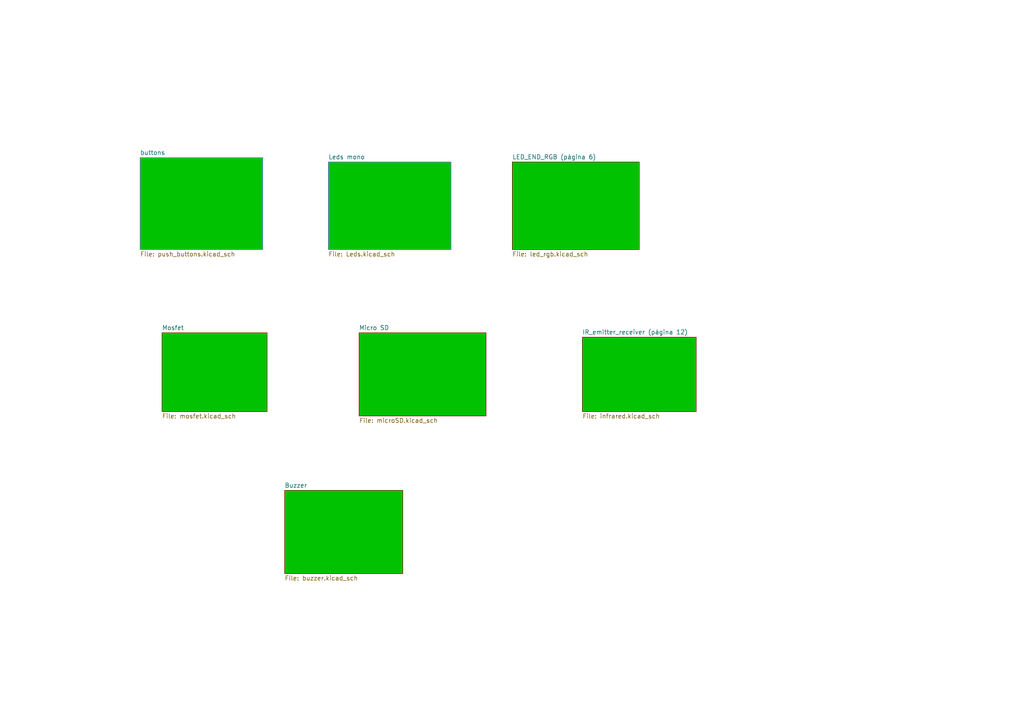
<source format=kicad_sch>
(kicad_sch
	(version 20250114)
	(generator "eeschema")
	(generator_version "9.0")
	(uuid "d525d28f-817b-42cf-809a-2d4857004b53")
	(paper "A4")
	(lib_symbols)
	(sheet
		(at 168.91 97.79)
		(size 33.02 21.59)
		(exclude_from_sim no)
		(in_bom yes)
		(on_board yes)
		(dnp no)
		(fields_autoplaced yes)
		(stroke
			(width 0.1524)
			(type solid)
		)
		(fill
			(color 0 194 0 1.0000)
		)
		(uuid "2716d356-51a5-45cf-8965-3be3c0aa6302")
		(property "Sheetname" "IR_emitter_receiver (página 12)"
			(at 168.91 97.0784 0)
			(effects
				(font
					(size 1.27 1.27)
				)
				(justify left bottom)
			)
		)
		(property "Sheetfile" "infrared.kicad_sch"
			(at 168.91 119.9646 0)
			(effects
				(font
					(size 1.27 1.27)
				)
				(justify left top)
			)
		)
		(instances
			(project "Circuitos Impressos"
				(path "/49caf936-61f8-45e5-bebd-98db7502d055/cd06bfc6-440d-49c0-874c-bf1b7680625b"
					(page "12")
				)
			)
		)
	)
	(sheet
		(at 148.59 46.99)
		(size 36.83 25.4)
		(exclude_from_sim no)
		(in_bom yes)
		(on_board yes)
		(dnp no)
		(fields_autoplaced yes)
		(stroke
			(width 0.1524)
			(type solid)
		)
		(fill
			(color 0 194 0 1.0000)
		)
		(uuid "5c232308-7802-4c67-ac9b-99520f46e68d")
		(property "Sheetname" "LED_END_RGB (página 6)"
			(at 148.59 46.2784 0)
			(effects
				(font
					(size 1.27 1.27)
				)
				(justify left bottom)
			)
		)
		(property "Sheetfile" "led_rgb.kicad_sch"
			(at 148.59 72.9746 0)
			(effects
				(font
					(size 1.27 1.27)
				)
				(justify left top)
			)
		)
		(property "Field2" ""
			(at 148.59 46.99 0)
			(effects
				(font
					(size 1.27 1.27)
				)
			)
		)
		(instances
			(project "Circuitos Impressos"
				(path "/49caf936-61f8-45e5-bebd-98db7502d055/cd06bfc6-440d-49c0-874c-bf1b7680625b"
					(page "6")
				)
			)
		)
	)
	(sheet
		(at 95.25 46.99)
		(size 35.56 25.4)
		(exclude_from_sim no)
		(in_bom yes)
		(on_board yes)
		(dnp no)
		(fields_autoplaced yes)
		(stroke
			(width 0.1524)
			(type solid)
			(color 94 79 255 1)
		)
		(fill
			(color 0 194 0 1.0000)
		)
		(uuid "8960e2c4-a8cd-4074-af25-7142e035287e")
		(property "Sheetname" "Leds mono"
			(at 95.25 46.2784 0)
			(effects
				(font
					(size 1.27 1.27)
				)
				(justify left bottom)
			)
		)
		(property "Sheetfile" "Leds.kicad_sch"
			(at 95.25 72.9746 0)
			(effects
				(font
					(size 1.27 1.27)
				)
				(justify left top)
			)
		)
		(instances
			(project "Circuitos Impressos"
				(path "/49caf936-61f8-45e5-bebd-98db7502d055/cd06bfc6-440d-49c0-874c-bf1b7680625b"
					(page "5")
				)
			)
		)
	)
	(sheet
		(at 46.99 96.52)
		(size 30.48 22.86)
		(exclude_from_sim no)
		(in_bom yes)
		(on_board yes)
		(dnp no)
		(fields_autoplaced yes)
		(stroke
			(width 0.1524)
			(type solid)
		)
		(fill
			(color 0 194 0 1.0000)
		)
		(uuid "aab8d75d-d43d-412b-a379-c1a557d876cd")
		(property "Sheetname" "Mosfet"
			(at 46.99 95.8084 0)
			(effects
				(font
					(size 1.27 1.27)
				)
				(justify left bottom)
			)
		)
		(property "Sheetfile" "mosfet.kicad_sch"
			(at 46.99 119.9646 0)
			(effects
				(font
					(size 1.27 1.27)
				)
				(justify left top)
			)
		)
		(property "Field2" ""
			(at 46.99 96.52 0)
			(effects
				(font
					(size 1.27 1.27)
				)
			)
		)
		(instances
			(project "Circuitos Impressos"
				(path "/49caf936-61f8-45e5-bebd-98db7502d055/cd06bfc6-440d-49c0-874c-bf1b7680625b"
					(page "7")
				)
			)
		)
	)
	(sheet
		(at 104.14 96.52)
		(size 36.83 24.13)
		(exclude_from_sim no)
		(in_bom yes)
		(on_board yes)
		(dnp no)
		(fields_autoplaced yes)
		(stroke
			(width 0.1524)
			(type solid)
		)
		(fill
			(color 0 194 0 1.0000)
		)
		(uuid "e3943b68-708e-482a-9abf-d59ca62d1a39")
		(property "Sheetname" "Micro SD"
			(at 104.14 95.8084 0)
			(effects
				(font
					(size 1.27 1.27)
				)
				(justify left bottom)
			)
		)
		(property "Sheetfile" "microSD.kicad_sch"
			(at 104.14 121.2346 0)
			(effects
				(font
					(size 1.27 1.27)
				)
				(justify left top)
			)
		)
		(instances
			(project "Circuitos Impressos"
				(path "/49caf936-61f8-45e5-bebd-98db7502d055/cd06bfc6-440d-49c0-874c-bf1b7680625b"
					(page "11")
				)
			)
		)
	)
	(sheet
		(at 40.64 45.72)
		(size 35.56 26.67)
		(exclude_from_sim no)
		(in_bom yes)
		(on_board yes)
		(dnp no)
		(fields_autoplaced yes)
		(stroke
			(width 0.1524)
			(type solid)
			(color 99 89 255 1)
		)
		(fill
			(color 0 194 0 1.0000)
		)
		(uuid "eebebb38-cc6d-4b81-8005-beea2d84bd6c")
		(property "Sheetname" "buttons"
			(at 40.64 45.0084 0)
			(effects
				(font
					(size 1.27 1.27)
				)
				(justify left bottom)
			)
		)
		(property "Sheetfile" "push_buttons.kicad_sch"
			(at 40.64 72.9746 0)
			(effects
				(font
					(size 1.27 1.27)
				)
				(justify left top)
			)
		)
		(instances
			(project "Circuitos Impressos"
				(path "/49caf936-61f8-45e5-bebd-98db7502d055/cd06bfc6-440d-49c0-874c-bf1b7680625b"
					(page "4")
				)
			)
		)
	)
	(sheet
		(at 82.55 142.24)
		(size 34.29 24.13)
		(exclude_from_sim no)
		(in_bom yes)
		(on_board yes)
		(dnp no)
		(fields_autoplaced yes)
		(stroke
			(width 0.1524)
			(type solid)
		)
		(fill
			(color 0 194 0 1.0000)
		)
		(uuid "f0c06f19-13a7-4ee6-9b45-4ff717511366")
		(property "Sheetname" "Buzzer"
			(at 82.55 141.5284 0)
			(effects
				(font
					(size 1.27 1.27)
				)
				(justify left bottom)
			)
		)
		(property "Sheetfile" "buzzer.kicad_sch"
			(at 82.55 166.9546 0)
			(effects
				(font
					(size 1.27 1.27)
				)
				(justify left top)
			)
		)
		(instances
			(project "Circuitos Impressos"
				(path "/49caf936-61f8-45e5-bebd-98db7502d055/cd06bfc6-440d-49c0-874c-bf1b7680625b"
					(page "13")
				)
			)
		)
	)
)

</source>
